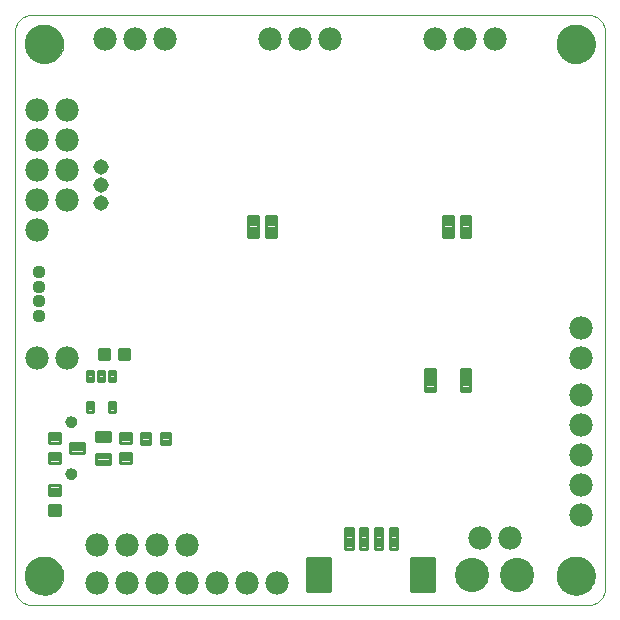
<source format=gbs>
G75*
%MOIN*%
%OFA0B0*%
%FSLAX24Y24*%
%IPPOS*%
%LPD*%
%AMOC8*
5,1,8,0,0,1.08239X$1,22.5*
%
%ADD10C,0.0000*%
%ADD11C,0.1300*%
%ADD12C,0.0780*%
%ADD13C,0.0394*%
%ADD14C,0.0437*%
%ADD15C,0.0108*%
%ADD16C,0.0114*%
%ADD17C,0.0130*%
%ADD18C,0.0115*%
%ADD19C,0.0516*%
%ADD20C,0.1142*%
D10*
X000588Y000721D02*
X000588Y019224D01*
X000587Y019224D02*
X000589Y019270D01*
X000594Y019316D01*
X000603Y019362D01*
X000616Y019407D01*
X000632Y019450D01*
X000651Y019492D01*
X000674Y019533D01*
X000700Y019571D01*
X000729Y019608D01*
X000760Y019642D01*
X000794Y019673D01*
X000831Y019702D01*
X000869Y019728D01*
X000910Y019751D01*
X000952Y019770D01*
X000995Y019786D01*
X001040Y019799D01*
X001086Y019808D01*
X001132Y019813D01*
X001178Y019815D01*
X019682Y019815D01*
X019728Y019813D01*
X019774Y019808D01*
X019820Y019799D01*
X019865Y019786D01*
X019908Y019770D01*
X019950Y019751D01*
X019991Y019728D01*
X020029Y019702D01*
X020066Y019673D01*
X020100Y019642D01*
X020131Y019608D01*
X020160Y019571D01*
X020186Y019533D01*
X020209Y019492D01*
X020228Y019450D01*
X020244Y019407D01*
X020257Y019362D01*
X020266Y019316D01*
X020271Y019270D01*
X020273Y019224D01*
X020273Y000721D01*
X020271Y000675D01*
X020266Y000629D01*
X020257Y000583D01*
X020244Y000538D01*
X020228Y000495D01*
X020209Y000453D01*
X020186Y000412D01*
X020160Y000374D01*
X020131Y000337D01*
X020100Y000303D01*
X020066Y000272D01*
X020029Y000243D01*
X019991Y000217D01*
X019950Y000194D01*
X019908Y000175D01*
X019865Y000159D01*
X019820Y000146D01*
X019774Y000137D01*
X019728Y000132D01*
X019682Y000130D01*
X001178Y000130D01*
X001132Y000132D01*
X001086Y000137D01*
X001040Y000146D01*
X000995Y000159D01*
X000952Y000175D01*
X000910Y000194D01*
X000869Y000217D01*
X000831Y000243D01*
X000794Y000272D01*
X000760Y000303D01*
X000729Y000337D01*
X000700Y000374D01*
X000674Y000412D01*
X000651Y000453D01*
X000632Y000495D01*
X000616Y000538D01*
X000603Y000583D01*
X000594Y000629D01*
X000589Y000675D01*
X000587Y000721D01*
X000942Y001114D02*
X000944Y001164D01*
X000950Y001214D01*
X000960Y001263D01*
X000974Y001311D01*
X000991Y001358D01*
X001012Y001403D01*
X001037Y001447D01*
X001065Y001488D01*
X001097Y001527D01*
X001131Y001564D01*
X001168Y001598D01*
X001208Y001628D01*
X001250Y001655D01*
X001294Y001679D01*
X001340Y001700D01*
X001387Y001716D01*
X001435Y001729D01*
X001485Y001738D01*
X001534Y001743D01*
X001585Y001744D01*
X001635Y001741D01*
X001684Y001734D01*
X001733Y001723D01*
X001781Y001708D01*
X001827Y001690D01*
X001872Y001668D01*
X001915Y001642D01*
X001956Y001613D01*
X001995Y001581D01*
X002031Y001546D01*
X002063Y001508D01*
X002093Y001468D01*
X002120Y001425D01*
X002143Y001381D01*
X002162Y001335D01*
X002178Y001287D01*
X002190Y001238D01*
X002198Y001189D01*
X002202Y001139D01*
X002202Y001089D01*
X002198Y001039D01*
X002190Y000990D01*
X002178Y000941D01*
X002162Y000893D01*
X002143Y000847D01*
X002120Y000803D01*
X002093Y000760D01*
X002063Y000720D01*
X002031Y000682D01*
X001995Y000647D01*
X001956Y000615D01*
X001915Y000586D01*
X001872Y000560D01*
X001827Y000538D01*
X001781Y000520D01*
X001733Y000505D01*
X001684Y000494D01*
X001635Y000487D01*
X001585Y000484D01*
X001534Y000485D01*
X001485Y000490D01*
X001435Y000499D01*
X001387Y000512D01*
X001340Y000528D01*
X001294Y000549D01*
X001250Y000573D01*
X001208Y000600D01*
X001168Y000630D01*
X001131Y000664D01*
X001097Y000701D01*
X001065Y000740D01*
X001037Y000781D01*
X001012Y000825D01*
X000991Y000870D01*
X000974Y000917D01*
X000960Y000965D01*
X000950Y001014D01*
X000944Y001064D01*
X000942Y001114D01*
X002286Y004514D02*
X002288Y004540D01*
X002294Y004566D01*
X002304Y004591D01*
X002317Y004614D01*
X002333Y004634D01*
X002353Y004652D01*
X002375Y004667D01*
X002398Y004679D01*
X002424Y004687D01*
X002450Y004691D01*
X002476Y004691D01*
X002502Y004687D01*
X002528Y004679D01*
X002552Y004667D01*
X002573Y004652D01*
X002593Y004634D01*
X002609Y004614D01*
X002622Y004591D01*
X002632Y004566D01*
X002638Y004540D01*
X002640Y004514D01*
X002638Y004488D01*
X002632Y004462D01*
X002622Y004437D01*
X002609Y004414D01*
X002593Y004394D01*
X002573Y004376D01*
X002551Y004361D01*
X002528Y004349D01*
X002502Y004341D01*
X002476Y004337D01*
X002450Y004337D01*
X002424Y004341D01*
X002398Y004349D01*
X002374Y004361D01*
X002353Y004376D01*
X002333Y004394D01*
X002317Y004414D01*
X002304Y004437D01*
X002294Y004462D01*
X002288Y004488D01*
X002286Y004514D01*
X002286Y006246D02*
X002288Y006272D01*
X002294Y006298D01*
X002304Y006323D01*
X002317Y006346D01*
X002333Y006366D01*
X002353Y006384D01*
X002375Y006399D01*
X002398Y006411D01*
X002424Y006419D01*
X002450Y006423D01*
X002476Y006423D01*
X002502Y006419D01*
X002528Y006411D01*
X002552Y006399D01*
X002573Y006384D01*
X002593Y006366D01*
X002609Y006346D01*
X002622Y006323D01*
X002632Y006298D01*
X002638Y006272D01*
X002640Y006246D01*
X002638Y006220D01*
X002632Y006194D01*
X002622Y006169D01*
X002609Y006146D01*
X002593Y006126D01*
X002573Y006108D01*
X002551Y006093D01*
X002528Y006081D01*
X002502Y006073D01*
X002476Y006069D01*
X002450Y006069D01*
X002424Y006073D01*
X002398Y006081D01*
X002374Y006093D01*
X002353Y006108D01*
X002333Y006126D01*
X002317Y006146D01*
X002304Y006169D01*
X002294Y006194D01*
X002288Y006220D01*
X002286Y006246D01*
X000942Y018831D02*
X000944Y018881D01*
X000950Y018931D01*
X000960Y018980D01*
X000974Y019028D01*
X000991Y019075D01*
X001012Y019120D01*
X001037Y019164D01*
X001065Y019205D01*
X001097Y019244D01*
X001131Y019281D01*
X001168Y019315D01*
X001208Y019345D01*
X001250Y019372D01*
X001294Y019396D01*
X001340Y019417D01*
X001387Y019433D01*
X001435Y019446D01*
X001485Y019455D01*
X001534Y019460D01*
X001585Y019461D01*
X001635Y019458D01*
X001684Y019451D01*
X001733Y019440D01*
X001781Y019425D01*
X001827Y019407D01*
X001872Y019385D01*
X001915Y019359D01*
X001956Y019330D01*
X001995Y019298D01*
X002031Y019263D01*
X002063Y019225D01*
X002093Y019185D01*
X002120Y019142D01*
X002143Y019098D01*
X002162Y019052D01*
X002178Y019004D01*
X002190Y018955D01*
X002198Y018906D01*
X002202Y018856D01*
X002202Y018806D01*
X002198Y018756D01*
X002190Y018707D01*
X002178Y018658D01*
X002162Y018610D01*
X002143Y018564D01*
X002120Y018520D01*
X002093Y018477D01*
X002063Y018437D01*
X002031Y018399D01*
X001995Y018364D01*
X001956Y018332D01*
X001915Y018303D01*
X001872Y018277D01*
X001827Y018255D01*
X001781Y018237D01*
X001733Y018222D01*
X001684Y018211D01*
X001635Y018204D01*
X001585Y018201D01*
X001534Y018202D01*
X001485Y018207D01*
X001435Y018216D01*
X001387Y018229D01*
X001340Y018245D01*
X001294Y018266D01*
X001250Y018290D01*
X001208Y018317D01*
X001168Y018347D01*
X001131Y018381D01*
X001097Y018418D01*
X001065Y018457D01*
X001037Y018498D01*
X001012Y018542D01*
X000991Y018587D01*
X000974Y018634D01*
X000960Y018682D01*
X000950Y018731D01*
X000944Y018781D01*
X000942Y018831D01*
X018659Y018831D02*
X018661Y018881D01*
X018667Y018931D01*
X018677Y018980D01*
X018691Y019028D01*
X018708Y019075D01*
X018729Y019120D01*
X018754Y019164D01*
X018782Y019205D01*
X018814Y019244D01*
X018848Y019281D01*
X018885Y019315D01*
X018925Y019345D01*
X018967Y019372D01*
X019011Y019396D01*
X019057Y019417D01*
X019104Y019433D01*
X019152Y019446D01*
X019202Y019455D01*
X019251Y019460D01*
X019302Y019461D01*
X019352Y019458D01*
X019401Y019451D01*
X019450Y019440D01*
X019498Y019425D01*
X019544Y019407D01*
X019589Y019385D01*
X019632Y019359D01*
X019673Y019330D01*
X019712Y019298D01*
X019748Y019263D01*
X019780Y019225D01*
X019810Y019185D01*
X019837Y019142D01*
X019860Y019098D01*
X019879Y019052D01*
X019895Y019004D01*
X019907Y018955D01*
X019915Y018906D01*
X019919Y018856D01*
X019919Y018806D01*
X019915Y018756D01*
X019907Y018707D01*
X019895Y018658D01*
X019879Y018610D01*
X019860Y018564D01*
X019837Y018520D01*
X019810Y018477D01*
X019780Y018437D01*
X019748Y018399D01*
X019712Y018364D01*
X019673Y018332D01*
X019632Y018303D01*
X019589Y018277D01*
X019544Y018255D01*
X019498Y018237D01*
X019450Y018222D01*
X019401Y018211D01*
X019352Y018204D01*
X019302Y018201D01*
X019251Y018202D01*
X019202Y018207D01*
X019152Y018216D01*
X019104Y018229D01*
X019057Y018245D01*
X019011Y018266D01*
X018967Y018290D01*
X018925Y018317D01*
X018885Y018347D01*
X018848Y018381D01*
X018814Y018418D01*
X018782Y018457D01*
X018754Y018498D01*
X018729Y018542D01*
X018708Y018587D01*
X018691Y018634D01*
X018677Y018682D01*
X018667Y018731D01*
X018661Y018781D01*
X018659Y018831D01*
X018659Y001114D02*
X018661Y001164D01*
X018667Y001214D01*
X018677Y001263D01*
X018691Y001311D01*
X018708Y001358D01*
X018729Y001403D01*
X018754Y001447D01*
X018782Y001488D01*
X018814Y001527D01*
X018848Y001564D01*
X018885Y001598D01*
X018925Y001628D01*
X018967Y001655D01*
X019011Y001679D01*
X019057Y001700D01*
X019104Y001716D01*
X019152Y001729D01*
X019202Y001738D01*
X019251Y001743D01*
X019302Y001744D01*
X019352Y001741D01*
X019401Y001734D01*
X019450Y001723D01*
X019498Y001708D01*
X019544Y001690D01*
X019589Y001668D01*
X019632Y001642D01*
X019673Y001613D01*
X019712Y001581D01*
X019748Y001546D01*
X019780Y001508D01*
X019810Y001468D01*
X019837Y001425D01*
X019860Y001381D01*
X019879Y001335D01*
X019895Y001287D01*
X019907Y001238D01*
X019915Y001189D01*
X019919Y001139D01*
X019919Y001089D01*
X019915Y001039D01*
X019907Y000990D01*
X019895Y000941D01*
X019879Y000893D01*
X019860Y000847D01*
X019837Y000803D01*
X019810Y000760D01*
X019780Y000720D01*
X019748Y000682D01*
X019712Y000647D01*
X019673Y000615D01*
X019632Y000586D01*
X019589Y000560D01*
X019544Y000538D01*
X019498Y000520D01*
X019450Y000505D01*
X019401Y000494D01*
X019352Y000487D01*
X019302Y000484D01*
X019251Y000485D01*
X019202Y000490D01*
X019152Y000499D01*
X019104Y000512D01*
X019057Y000528D01*
X019011Y000549D01*
X018967Y000573D01*
X018925Y000600D01*
X018885Y000630D01*
X018848Y000664D01*
X018814Y000701D01*
X018782Y000740D01*
X018754Y000781D01*
X018729Y000825D01*
X018708Y000870D01*
X018691Y000917D01*
X018677Y000965D01*
X018667Y001014D01*
X018661Y001064D01*
X018659Y001114D01*
D11*
X019289Y001114D03*
X001572Y001114D03*
X001572Y018831D03*
X019289Y018831D03*
D12*
X016588Y019005D03*
X015588Y019005D03*
X014588Y019005D03*
X011088Y019005D03*
X010088Y019005D03*
X009088Y019005D03*
X005588Y019005D03*
X004588Y019005D03*
X003588Y019005D03*
X002338Y016630D03*
X002338Y015630D03*
X002338Y014630D03*
X002338Y013630D03*
X001338Y013630D03*
X001338Y012630D03*
X001338Y014630D03*
X001338Y015630D03*
X001338Y016630D03*
X001338Y008380D03*
X002338Y008380D03*
X003338Y002130D03*
X004338Y002130D03*
X005338Y002130D03*
X006338Y002130D03*
X006338Y000880D03*
X005338Y000880D03*
X004338Y000880D03*
X003338Y000880D03*
X007338Y000880D03*
X008338Y000880D03*
X009338Y000880D03*
X016088Y002380D03*
X017088Y002380D03*
X019463Y003130D03*
X019463Y004130D03*
X019463Y005130D03*
X019463Y006130D03*
X019463Y007130D03*
X019463Y008380D03*
X019463Y009380D03*
D13*
X002463Y006246D03*
X002463Y004514D03*
D14*
X001390Y009767D03*
X001390Y010259D03*
X001390Y010751D03*
X001390Y011243D03*
D15*
X003403Y008687D02*
X003729Y008687D01*
X003729Y008323D01*
X003403Y008323D01*
X003403Y008687D01*
X003403Y008430D02*
X003729Y008430D01*
X003729Y008537D02*
X003403Y008537D01*
X003403Y008644D02*
X003729Y008644D01*
X004072Y008687D02*
X004398Y008687D01*
X004398Y008323D01*
X004072Y008323D01*
X004072Y008687D01*
X004072Y008430D02*
X004398Y008430D01*
X004398Y008537D02*
X004072Y008537D01*
X004072Y008644D02*
X004398Y008644D01*
X004093Y005878D02*
X004093Y005552D01*
X004093Y005878D02*
X004457Y005878D01*
X004457Y005552D01*
X004093Y005552D01*
X004093Y005659D02*
X004457Y005659D01*
X004457Y005766D02*
X004093Y005766D01*
X004093Y005873D02*
X004457Y005873D01*
X004778Y005875D02*
X005104Y005875D01*
X005104Y005511D01*
X004778Y005511D01*
X004778Y005875D01*
X004778Y005618D02*
X005104Y005618D01*
X005104Y005725D02*
X004778Y005725D01*
X004778Y005832D02*
X005104Y005832D01*
X005447Y005875D02*
X005773Y005875D01*
X005773Y005511D01*
X005447Y005511D01*
X005447Y005875D01*
X005447Y005618D02*
X005773Y005618D01*
X005773Y005725D02*
X005447Y005725D01*
X005447Y005832D02*
X005773Y005832D01*
X004093Y005208D02*
X004093Y004882D01*
X004093Y005208D02*
X004457Y005208D01*
X004457Y004882D01*
X004093Y004882D01*
X004093Y004989D02*
X004457Y004989D01*
X004457Y005096D02*
X004093Y005096D01*
X004093Y005203D02*
X004457Y005203D01*
X003280Y005169D02*
X003280Y004843D01*
X003280Y005169D02*
X003762Y005169D01*
X003762Y004843D01*
X003280Y004843D01*
X003280Y004950D02*
X003762Y004950D01*
X003762Y005057D02*
X003280Y005057D01*
X003280Y005164D02*
X003762Y005164D01*
X003280Y005591D02*
X003280Y005917D01*
X003762Y005917D01*
X003762Y005591D01*
X003280Y005591D01*
X003280Y005698D02*
X003762Y005698D01*
X003762Y005805D02*
X003280Y005805D01*
X003280Y005912D02*
X003762Y005912D01*
X002414Y005543D02*
X002414Y005217D01*
X002414Y005543D02*
X002896Y005543D01*
X002896Y005217D01*
X002414Y005217D01*
X002414Y005324D02*
X002896Y005324D01*
X002896Y005431D02*
X002414Y005431D01*
X002414Y005538D02*
X002896Y005538D01*
X002082Y005552D02*
X002082Y005878D01*
X002082Y005552D02*
X001718Y005552D01*
X001718Y005878D01*
X002082Y005878D01*
X002082Y005659D02*
X001718Y005659D01*
X001718Y005766D02*
X002082Y005766D01*
X002082Y005873D02*
X001718Y005873D01*
X002082Y005208D02*
X002082Y004882D01*
X001718Y004882D01*
X001718Y005208D01*
X002082Y005208D01*
X002082Y004989D02*
X001718Y004989D01*
X001718Y005096D02*
X002082Y005096D01*
X002082Y005203D02*
X001718Y005203D01*
X001718Y004128D02*
X002082Y004128D01*
X002082Y003802D01*
X001718Y003802D01*
X001718Y004128D01*
X001718Y003909D02*
X002082Y003909D01*
X002082Y004016D02*
X001718Y004016D01*
X001718Y004123D02*
X002082Y004123D01*
X002082Y003458D02*
X001718Y003458D01*
X002082Y003458D02*
X002082Y003132D01*
X001718Y003132D01*
X001718Y003458D01*
X001718Y003239D02*
X002082Y003239D01*
X002082Y003346D02*
X001718Y003346D01*
X001718Y003453D02*
X002082Y003453D01*
X008362Y012396D02*
X008362Y013114D01*
X008688Y013114D01*
X008688Y012396D01*
X008362Y012396D01*
X008362Y012503D02*
X008688Y012503D01*
X008688Y012610D02*
X008362Y012610D01*
X008362Y012717D02*
X008688Y012717D01*
X008688Y012824D02*
X008362Y012824D01*
X008362Y012931D02*
X008688Y012931D01*
X008688Y013038D02*
X008362Y013038D01*
X008953Y013114D02*
X008953Y012396D01*
X008953Y013114D02*
X009279Y013114D01*
X009279Y012396D01*
X008953Y012396D01*
X008953Y012503D02*
X009279Y012503D01*
X009279Y012610D02*
X008953Y012610D01*
X008953Y012717D02*
X009279Y012717D01*
X009279Y012824D02*
X008953Y012824D01*
X008953Y012931D02*
X009279Y012931D01*
X009279Y013038D02*
X008953Y013038D01*
X014268Y007996D02*
X014268Y007278D01*
X014268Y007996D02*
X014594Y007996D01*
X014594Y007278D01*
X014268Y007278D01*
X014268Y007385D02*
X014594Y007385D01*
X014594Y007492D02*
X014268Y007492D01*
X014268Y007599D02*
X014594Y007599D01*
X014594Y007706D02*
X014268Y007706D01*
X014268Y007813D02*
X014594Y007813D01*
X014594Y007920D02*
X014268Y007920D01*
X015449Y007996D02*
X015449Y007278D01*
X015449Y007996D02*
X015775Y007996D01*
X015775Y007278D01*
X015449Y007278D01*
X015449Y007385D02*
X015775Y007385D01*
X015775Y007492D02*
X015449Y007492D01*
X015449Y007599D02*
X015775Y007599D01*
X015775Y007706D02*
X015449Y007706D01*
X015449Y007813D02*
X015775Y007813D01*
X015775Y007920D02*
X015449Y007920D01*
X015449Y012396D02*
X015449Y013114D01*
X015775Y013114D01*
X015775Y012396D01*
X015449Y012396D01*
X015449Y012503D02*
X015775Y012503D01*
X015775Y012610D02*
X015449Y012610D01*
X015449Y012717D02*
X015775Y012717D01*
X015775Y012824D02*
X015449Y012824D01*
X015449Y012931D02*
X015775Y012931D01*
X015775Y013038D02*
X015449Y013038D01*
X014858Y013114D02*
X014858Y012396D01*
X014858Y013114D02*
X015184Y013114D01*
X015184Y012396D01*
X014858Y012396D01*
X014858Y012503D02*
X015184Y012503D01*
X015184Y012610D02*
X014858Y012610D01*
X014858Y012717D02*
X015184Y012717D01*
X015184Y012824D02*
X014858Y012824D01*
X014858Y012931D02*
X015184Y012931D01*
X015184Y013038D02*
X014858Y013038D01*
D16*
X013321Y002008D02*
X013081Y002008D01*
X013081Y002720D01*
X013321Y002720D01*
X013321Y002008D01*
X013321Y002121D02*
X013081Y002121D01*
X013081Y002234D02*
X013321Y002234D01*
X013321Y002347D02*
X013081Y002347D01*
X013081Y002460D02*
X013321Y002460D01*
X013321Y002573D02*
X013081Y002573D01*
X013081Y002686D02*
X013321Y002686D01*
X012829Y002008D02*
X012589Y002008D01*
X012589Y002720D01*
X012829Y002720D01*
X012829Y002008D01*
X012829Y002121D02*
X012589Y002121D01*
X012589Y002234D02*
X012829Y002234D01*
X012829Y002347D02*
X012589Y002347D01*
X012589Y002460D02*
X012829Y002460D01*
X012829Y002573D02*
X012589Y002573D01*
X012589Y002686D02*
X012829Y002686D01*
X012337Y002008D02*
X012097Y002008D01*
X012097Y002720D01*
X012337Y002720D01*
X012337Y002008D01*
X012337Y002121D02*
X012097Y002121D01*
X012097Y002234D02*
X012337Y002234D01*
X012337Y002347D02*
X012097Y002347D01*
X012097Y002460D02*
X012337Y002460D01*
X012337Y002573D02*
X012097Y002573D01*
X012097Y002686D02*
X012337Y002686D01*
X011845Y002008D02*
X011605Y002008D01*
X011605Y002720D01*
X011845Y002720D01*
X011845Y002008D01*
X011845Y002121D02*
X011605Y002121D01*
X011605Y002234D02*
X011845Y002234D01*
X011845Y002347D02*
X011605Y002347D01*
X011605Y002460D02*
X011845Y002460D01*
X011845Y002573D02*
X011605Y002573D01*
X011605Y002686D02*
X011845Y002686D01*
D17*
X011108Y000589D02*
X010372Y000589D01*
X010372Y001679D01*
X011108Y001679D01*
X011108Y000589D01*
X011108Y000718D02*
X010372Y000718D01*
X010372Y000847D02*
X011108Y000847D01*
X011108Y000976D02*
X010372Y000976D01*
X010372Y001105D02*
X011108Y001105D01*
X011108Y001234D02*
X010372Y001234D01*
X010372Y001363D02*
X011108Y001363D01*
X011108Y001492D02*
X010372Y001492D01*
X010372Y001621D02*
X011108Y001621D01*
X013817Y000589D02*
X014553Y000589D01*
X013817Y000589D02*
X013817Y001679D01*
X014553Y001679D01*
X014553Y000589D01*
X014553Y000718D02*
X013817Y000718D01*
X013817Y000847D02*
X014553Y000847D01*
X014553Y000976D02*
X013817Y000976D01*
X013817Y001105D02*
X014553Y001105D01*
X014553Y001234D02*
X013817Y001234D01*
X013817Y001363D02*
X014553Y001363D01*
X014553Y001492D02*
X013817Y001492D01*
X013817Y001621D02*
X014553Y001621D01*
D18*
X003936Y006585D02*
X003738Y006585D01*
X003738Y006901D01*
X003936Y006901D01*
X003936Y006585D01*
X003936Y006699D02*
X003738Y006699D01*
X003738Y006813D02*
X003936Y006813D01*
X003188Y006585D02*
X002990Y006585D01*
X002990Y006901D01*
X003188Y006901D01*
X003188Y006585D01*
X003188Y006699D02*
X002990Y006699D01*
X002990Y006813D02*
X003188Y006813D01*
X003188Y007605D02*
X002990Y007605D01*
X002990Y007921D01*
X003188Y007921D01*
X003188Y007605D01*
X003188Y007719D02*
X002990Y007719D01*
X002990Y007833D02*
X003188Y007833D01*
X003364Y007605D02*
X003562Y007605D01*
X003364Y007605D02*
X003364Y007921D01*
X003562Y007921D01*
X003562Y007605D01*
X003562Y007719D02*
X003364Y007719D01*
X003364Y007833D02*
X003562Y007833D01*
X003738Y007605D02*
X003936Y007605D01*
X003738Y007605D02*
X003738Y007921D01*
X003936Y007921D01*
X003936Y007605D01*
X003936Y007719D02*
X003738Y007719D01*
X003738Y007833D02*
X003936Y007833D01*
D19*
X003463Y013539D03*
X003463Y014130D03*
X003463Y014721D03*
D20*
X015838Y001130D03*
X017338Y001130D03*
M02*

</source>
